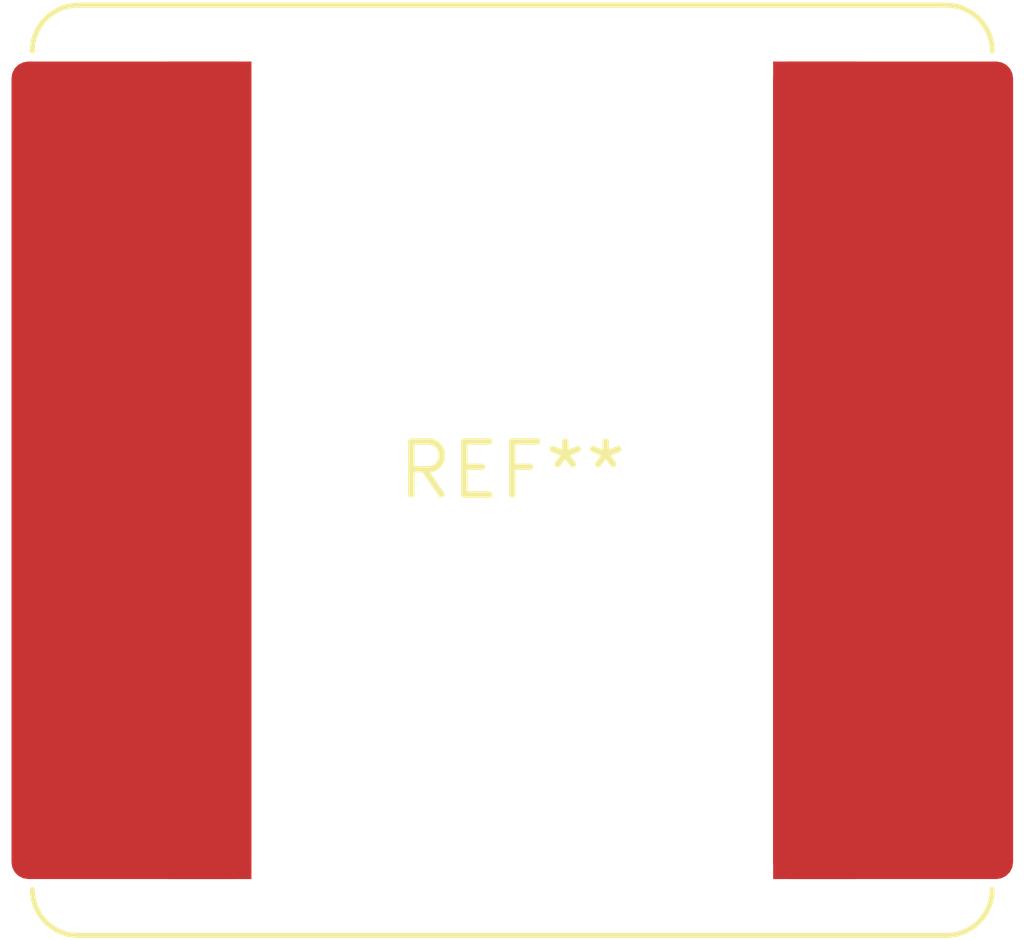
<source format=kicad_pcb>
(kicad_pcb (version 20240108) (generator pcbnew)
  (layers (0 "F.Cu" signal) (31 "B.Cu" signal) (34 "B.Paste" user) (35 "F.Paste" user) (36 "B.SilkS" user "B.Silkscreen") (37 "F.SilkS" user "F.Silkscreen") (38 "B.Mask" user) (39 "F.Mask" user) (44 "Edge.Cuts" user))
  (net 0 "")
  (footprint "L_Bourns_SRP2313AA" (layer "F.Cu") (at 0 0)
    (property "Reference" "REF**")
    (property "Value" "L_Bourns_SRP2313AA")
    (fp_line (start -10.4 -11.15) (end 10.4 -11.15) (layer "F.SilkS") (stroke (width 0.12)))
    (fp_line (start 10.4 11.15) (end -10.4 11.15) (layer "F.SilkS") (stroke (width 0.12)))
    (fp_arc (start -11.5 -10.05) (mid -11.177817 -10.827817) (end -10.4 -11.15) (layer "F.SilkS") (stroke (width 0.12)))
    (fp_arc (start -10.4 11.15) (mid -11.177817 10.827817) (end -11.5 10.05) (layer "F.SilkS") (stroke (width 0.12)))
    (fp_arc (start 10.4 -11.15) (mid 11.177817 -10.827817) (end 11.5 -10.05) (layer "F.SilkS") (stroke (width 0.12)))
    (fp_arc (start 11.5 10.05) (mid 11.177817 10.827817) (end 10.4 11.15) (layer "F.SilkS") (stroke (width 0.12)))
    (pad "1" smd roundrect (at -9.125 0) (size 5.75 19.6) (layers "F.Cu" "F.Paste" "F.Mask") (roundrect_rratio 0.07))
    (pad "1" smd rect (at -7.25 0) (size 2 19.6) (layers "F.Cu" "F.Paste" "F.Mask"))
    (pad "2" smd rect (at 7.25 0) (size 2 19.6) (layers "F.Cu" "F.Paste" "F.Mask"))
    (pad "2" smd roundrect (at 9.125 0) (size 5.75 19.6) (layers "F.Cu" "F.Paste" "F.Mask") (roundrect_rratio 0.07))
  )
)
</source>
